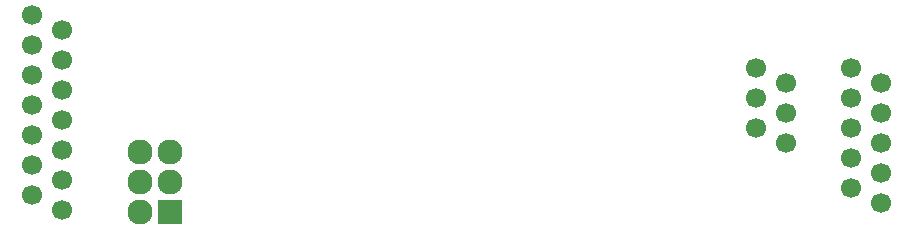
<source format=gbr>
G04 #@! TF.FileFunction,Soldermask,Bot*
%FSLAX46Y46*%
G04 Gerber Fmt 4.6, Leading zero omitted, Abs format (unit mm)*
G04 Created by KiCad (PCBNEW 4.0.7-e2-6376~58~ubuntu16.04.1) date Fri Jan 19 22:13:33 2018*
%MOMM*%
%LPD*%
G01*
G04 APERTURE LIST*
%ADD10C,0.100000*%
%ADD11C,1.700000*%
%ADD12R,2.127200X2.127200*%
%ADD13O,2.127200X2.127200*%
G04 APERTURE END LIST*
D10*
D11*
X122047000Y-54864000D03*
X122047000Y-52324000D03*
X122047000Y-49784000D03*
X122047000Y-57404000D03*
X124587000Y-51054000D03*
X124587000Y-53594000D03*
X124587000Y-56134000D03*
X124587000Y-58674000D03*
X122047000Y-59944000D03*
X124587000Y-61214000D03*
X122047000Y-62484000D03*
X124587000Y-63754000D03*
X122047000Y-65024000D03*
X124587000Y-66294000D03*
X191389000Y-59309000D03*
X191389000Y-56769000D03*
X191389000Y-54229000D03*
X191389000Y-61849000D03*
X193929000Y-55499000D03*
X193929000Y-58039000D03*
X193929000Y-60579000D03*
X193929000Y-63119000D03*
X191389000Y-64389000D03*
X193929000Y-65659000D03*
D12*
X133731000Y-66421000D03*
D13*
X131191000Y-66421000D03*
X133731000Y-63881000D03*
X131191000Y-63881000D03*
X133731000Y-61341000D03*
X131191000Y-61341000D03*
D11*
X183388000Y-59309000D03*
X183388000Y-56769000D03*
X183388000Y-54229000D03*
X185928000Y-55499000D03*
X185928000Y-58039000D03*
X185928000Y-60579000D03*
M02*

</source>
